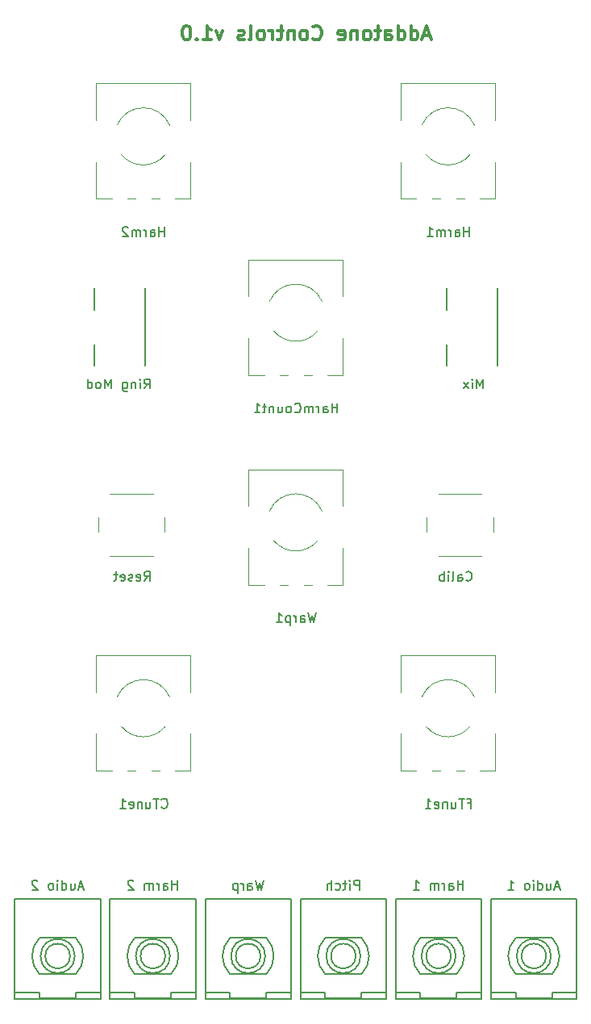
<source format=gbr>
G04 #@! TF.GenerationSoftware,KiCad,Pcbnew,(5.1.5)-3*
G04 #@! TF.CreationDate,2020-05-14T10:55:58+01:00*
G04 #@! TF.ProjectId,AddaTone Controls,41646461-546f-46e6-9520-436f6e74726f,rev?*
G04 #@! TF.SameCoordinates,Original*
G04 #@! TF.FileFunction,Legend,Bot*
G04 #@! TF.FilePolarity,Positive*
%FSLAX46Y46*%
G04 Gerber Fmt 4.6, Leading zero omitted, Abs format (unit mm)*
G04 Created by KiCad (PCBNEW (5.1.5)-3) date 2020-05-14 10:55:58*
%MOMM*%
%LPD*%
G04 APERTURE LIST*
%ADD10C,0.300000*%
%ADD11C,0.150000*%
%ADD12C,0.120000*%
G04 APERTURE END LIST*
D10*
X144100000Y-54450000D02*
X143385714Y-54450000D01*
X144242857Y-54878571D02*
X143742857Y-53378571D01*
X143242857Y-54878571D01*
X142100000Y-54878571D02*
X142100000Y-53378571D01*
X142100000Y-54807142D02*
X142242857Y-54878571D01*
X142528571Y-54878571D01*
X142671428Y-54807142D01*
X142742857Y-54735714D01*
X142814285Y-54592857D01*
X142814285Y-54164285D01*
X142742857Y-54021428D01*
X142671428Y-53950000D01*
X142528571Y-53878571D01*
X142242857Y-53878571D01*
X142100000Y-53950000D01*
X140742857Y-54878571D02*
X140742857Y-53378571D01*
X140742857Y-54807142D02*
X140885714Y-54878571D01*
X141171428Y-54878571D01*
X141314285Y-54807142D01*
X141385714Y-54735714D01*
X141457142Y-54592857D01*
X141457142Y-54164285D01*
X141385714Y-54021428D01*
X141314285Y-53950000D01*
X141171428Y-53878571D01*
X140885714Y-53878571D01*
X140742857Y-53950000D01*
X139385714Y-54878571D02*
X139385714Y-54092857D01*
X139457142Y-53950000D01*
X139600000Y-53878571D01*
X139885714Y-53878571D01*
X140028571Y-53950000D01*
X139385714Y-54807142D02*
X139528571Y-54878571D01*
X139885714Y-54878571D01*
X140028571Y-54807142D01*
X140100000Y-54664285D01*
X140100000Y-54521428D01*
X140028571Y-54378571D01*
X139885714Y-54307142D01*
X139528571Y-54307142D01*
X139385714Y-54235714D01*
X138885714Y-53878571D02*
X138314285Y-53878571D01*
X138671428Y-53378571D02*
X138671428Y-54664285D01*
X138600000Y-54807142D01*
X138457142Y-54878571D01*
X138314285Y-54878571D01*
X137600000Y-54878571D02*
X137742857Y-54807142D01*
X137814285Y-54735714D01*
X137885714Y-54592857D01*
X137885714Y-54164285D01*
X137814285Y-54021428D01*
X137742857Y-53950000D01*
X137600000Y-53878571D01*
X137385714Y-53878571D01*
X137242857Y-53950000D01*
X137171428Y-54021428D01*
X137100000Y-54164285D01*
X137100000Y-54592857D01*
X137171428Y-54735714D01*
X137242857Y-54807142D01*
X137385714Y-54878571D01*
X137600000Y-54878571D01*
X136457142Y-53878571D02*
X136457142Y-54878571D01*
X136457142Y-54021428D02*
X136385714Y-53950000D01*
X136242857Y-53878571D01*
X136028571Y-53878571D01*
X135885714Y-53950000D01*
X135814285Y-54092857D01*
X135814285Y-54878571D01*
X134528571Y-54807142D02*
X134671428Y-54878571D01*
X134957142Y-54878571D01*
X135100000Y-54807142D01*
X135171428Y-54664285D01*
X135171428Y-54092857D01*
X135100000Y-53950000D01*
X134957142Y-53878571D01*
X134671428Y-53878571D01*
X134528571Y-53950000D01*
X134457142Y-54092857D01*
X134457142Y-54235714D01*
X135171428Y-54378571D01*
X131814285Y-54735714D02*
X131885714Y-54807142D01*
X132100000Y-54878571D01*
X132242857Y-54878571D01*
X132457142Y-54807142D01*
X132600000Y-54664285D01*
X132671428Y-54521428D01*
X132742857Y-54235714D01*
X132742857Y-54021428D01*
X132671428Y-53735714D01*
X132600000Y-53592857D01*
X132457142Y-53450000D01*
X132242857Y-53378571D01*
X132100000Y-53378571D01*
X131885714Y-53450000D01*
X131814285Y-53521428D01*
X130957142Y-54878571D02*
X131100000Y-54807142D01*
X131171428Y-54735714D01*
X131242857Y-54592857D01*
X131242857Y-54164285D01*
X131171428Y-54021428D01*
X131100000Y-53950000D01*
X130957142Y-53878571D01*
X130742857Y-53878571D01*
X130600000Y-53950000D01*
X130528571Y-54021428D01*
X130457142Y-54164285D01*
X130457142Y-54592857D01*
X130528571Y-54735714D01*
X130600000Y-54807142D01*
X130742857Y-54878571D01*
X130957142Y-54878571D01*
X129814285Y-53878571D02*
X129814285Y-54878571D01*
X129814285Y-54021428D02*
X129742857Y-53950000D01*
X129600000Y-53878571D01*
X129385714Y-53878571D01*
X129242857Y-53950000D01*
X129171428Y-54092857D01*
X129171428Y-54878571D01*
X128671428Y-53878571D02*
X128100000Y-53878571D01*
X128457142Y-53378571D02*
X128457142Y-54664285D01*
X128385714Y-54807142D01*
X128242857Y-54878571D01*
X128100000Y-54878571D01*
X127600000Y-54878571D02*
X127600000Y-53878571D01*
X127600000Y-54164285D02*
X127528571Y-54021428D01*
X127457142Y-53950000D01*
X127314285Y-53878571D01*
X127171428Y-53878571D01*
X126457142Y-54878571D02*
X126600000Y-54807142D01*
X126671428Y-54735714D01*
X126742857Y-54592857D01*
X126742857Y-54164285D01*
X126671428Y-54021428D01*
X126600000Y-53950000D01*
X126457142Y-53878571D01*
X126242857Y-53878571D01*
X126100000Y-53950000D01*
X126028571Y-54021428D01*
X125957142Y-54164285D01*
X125957142Y-54592857D01*
X126028571Y-54735714D01*
X126100000Y-54807142D01*
X126242857Y-54878571D01*
X126457142Y-54878571D01*
X125100000Y-54878571D02*
X125242857Y-54807142D01*
X125314285Y-54664285D01*
X125314285Y-53378571D01*
X124600000Y-54807142D02*
X124457142Y-54878571D01*
X124171428Y-54878571D01*
X124028571Y-54807142D01*
X123957142Y-54664285D01*
X123957142Y-54592857D01*
X124028571Y-54450000D01*
X124171428Y-54378571D01*
X124385714Y-54378571D01*
X124528571Y-54307142D01*
X124600000Y-54164285D01*
X124600000Y-54092857D01*
X124528571Y-53950000D01*
X124385714Y-53878571D01*
X124171428Y-53878571D01*
X124028571Y-53950000D01*
X122314285Y-53878571D02*
X121957142Y-54878571D01*
X121600000Y-53878571D01*
X120242857Y-54878571D02*
X121100000Y-54878571D01*
X120671428Y-54878571D02*
X120671428Y-53378571D01*
X120814285Y-53592857D01*
X120957142Y-53735714D01*
X121100000Y-53807142D01*
X119600000Y-54735714D02*
X119528571Y-54807142D01*
X119600000Y-54878571D01*
X119671428Y-54807142D01*
X119600000Y-54735714D01*
X119600000Y-54878571D01*
X118600000Y-53378571D02*
X118457142Y-53378571D01*
X118314285Y-53450000D01*
X118242857Y-53521428D01*
X118171428Y-53664285D01*
X118100000Y-53950000D01*
X118100000Y-54307142D01*
X118171428Y-54592857D01*
X118242857Y-54735714D01*
X118314285Y-54807142D01*
X118457142Y-54878571D01*
X118600000Y-54878571D01*
X118742857Y-54807142D01*
X118814285Y-54735714D01*
X118885714Y-54592857D01*
X118957142Y-54307142D01*
X118957142Y-53950000D01*
X118885714Y-53664285D01*
X118814285Y-53521428D01*
X118742857Y-53450000D01*
X118600000Y-53378571D01*
D11*
X149664404Y-91452380D02*
X149664404Y-90452380D01*
X149331071Y-91166666D01*
X148997738Y-90452380D01*
X148997738Y-91452380D01*
X148521547Y-91452380D02*
X148521547Y-90785714D01*
X148521547Y-90452380D02*
X148569166Y-90500000D01*
X148521547Y-90547619D01*
X148473928Y-90500000D01*
X148521547Y-90452380D01*
X148521547Y-90547619D01*
X148140595Y-91452380D02*
X147616785Y-90785714D01*
X148140595Y-90785714D02*
X147616785Y-91452380D01*
X114092976Y-91452380D02*
X114426309Y-90976190D01*
X114664404Y-91452380D02*
X114664404Y-90452380D01*
X114283452Y-90452380D01*
X114188214Y-90500000D01*
X114140595Y-90547619D01*
X114092976Y-90642857D01*
X114092976Y-90785714D01*
X114140595Y-90880952D01*
X114188214Y-90928571D01*
X114283452Y-90976190D01*
X114664404Y-90976190D01*
X113664404Y-91452380D02*
X113664404Y-90785714D01*
X113664404Y-90452380D02*
X113712023Y-90500000D01*
X113664404Y-90547619D01*
X113616785Y-90500000D01*
X113664404Y-90452380D01*
X113664404Y-90547619D01*
X113188214Y-90785714D02*
X113188214Y-91452380D01*
X113188214Y-90880952D02*
X113140595Y-90833333D01*
X113045357Y-90785714D01*
X112902500Y-90785714D01*
X112807261Y-90833333D01*
X112759642Y-90928571D01*
X112759642Y-91452380D01*
X111854880Y-90785714D02*
X111854880Y-91595238D01*
X111902500Y-91690476D01*
X111950119Y-91738095D01*
X112045357Y-91785714D01*
X112188214Y-91785714D01*
X112283452Y-91738095D01*
X111854880Y-91404761D02*
X111950119Y-91452380D01*
X112140595Y-91452380D01*
X112235833Y-91404761D01*
X112283452Y-91357142D01*
X112331071Y-91261904D01*
X112331071Y-90976190D01*
X112283452Y-90880952D01*
X112235833Y-90833333D01*
X112140595Y-90785714D01*
X111950119Y-90785714D01*
X111854880Y-90833333D01*
X110616785Y-91452380D02*
X110616785Y-90452380D01*
X110283452Y-91166666D01*
X109950119Y-90452380D01*
X109950119Y-91452380D01*
X109331071Y-91452380D02*
X109426309Y-91404761D01*
X109473928Y-91357142D01*
X109521547Y-91261904D01*
X109521547Y-90976190D01*
X109473928Y-90880952D01*
X109426309Y-90833333D01*
X109331071Y-90785714D01*
X109188214Y-90785714D01*
X109092976Y-90833333D01*
X109045357Y-90880952D01*
X108997738Y-90976190D01*
X108997738Y-91261904D01*
X109045357Y-91357142D01*
X109092976Y-91404761D01*
X109188214Y-91452380D01*
X109331071Y-91452380D01*
X108140595Y-91452380D02*
X108140595Y-90452380D01*
X108140595Y-91404761D02*
X108235833Y-91452380D01*
X108426309Y-91452380D01*
X108521547Y-91404761D01*
X108569166Y-91357142D01*
X108616785Y-91261904D01*
X108616785Y-90976190D01*
X108569166Y-90880952D01*
X108521547Y-90833333D01*
X108426309Y-90785714D01*
X108235833Y-90785714D01*
X108140595Y-90833333D01*
X157690476Y-143766666D02*
X157214285Y-143766666D01*
X157785714Y-144052380D02*
X157452380Y-143052380D01*
X157119047Y-144052380D01*
X156357142Y-143385714D02*
X156357142Y-144052380D01*
X156785714Y-143385714D02*
X156785714Y-143909523D01*
X156738095Y-144004761D01*
X156642857Y-144052380D01*
X156500000Y-144052380D01*
X156404761Y-144004761D01*
X156357142Y-143957142D01*
X155452380Y-144052380D02*
X155452380Y-143052380D01*
X155452380Y-144004761D02*
X155547619Y-144052380D01*
X155738095Y-144052380D01*
X155833333Y-144004761D01*
X155880952Y-143957142D01*
X155928571Y-143861904D01*
X155928571Y-143576190D01*
X155880952Y-143480952D01*
X155833333Y-143433333D01*
X155738095Y-143385714D01*
X155547619Y-143385714D01*
X155452380Y-143433333D01*
X154976190Y-144052380D02*
X154976190Y-143385714D01*
X154976190Y-143052380D02*
X155023809Y-143100000D01*
X154976190Y-143147619D01*
X154928571Y-143100000D01*
X154976190Y-143052380D01*
X154976190Y-143147619D01*
X154357142Y-144052380D02*
X154452380Y-144004761D01*
X154500000Y-143957142D01*
X154547619Y-143861904D01*
X154547619Y-143576190D01*
X154500000Y-143480952D01*
X154452380Y-143433333D01*
X154357142Y-143385714D01*
X154214285Y-143385714D01*
X154119047Y-143433333D01*
X154071428Y-143480952D01*
X154023809Y-143576190D01*
X154023809Y-143861904D01*
X154071428Y-143957142D01*
X154119047Y-144004761D01*
X154214285Y-144052380D01*
X154357142Y-144052380D01*
X152309523Y-144052380D02*
X152880952Y-144052380D01*
X152595238Y-144052380D02*
X152595238Y-143052380D01*
X152690476Y-143195238D01*
X152785714Y-143290476D01*
X152880952Y-143338095D01*
X107690476Y-143766666D02*
X107214285Y-143766666D01*
X107785714Y-144052380D02*
X107452380Y-143052380D01*
X107119047Y-144052380D01*
X106357142Y-143385714D02*
X106357142Y-144052380D01*
X106785714Y-143385714D02*
X106785714Y-143909523D01*
X106738095Y-144004761D01*
X106642857Y-144052380D01*
X106500000Y-144052380D01*
X106404761Y-144004761D01*
X106357142Y-143957142D01*
X105452380Y-144052380D02*
X105452380Y-143052380D01*
X105452380Y-144004761D02*
X105547619Y-144052380D01*
X105738095Y-144052380D01*
X105833333Y-144004761D01*
X105880952Y-143957142D01*
X105928571Y-143861904D01*
X105928571Y-143576190D01*
X105880952Y-143480952D01*
X105833333Y-143433333D01*
X105738095Y-143385714D01*
X105547619Y-143385714D01*
X105452380Y-143433333D01*
X104976190Y-144052380D02*
X104976190Y-143385714D01*
X104976190Y-143052380D02*
X105023809Y-143100000D01*
X104976190Y-143147619D01*
X104928571Y-143100000D01*
X104976190Y-143052380D01*
X104976190Y-143147619D01*
X104357142Y-144052380D02*
X104452380Y-144004761D01*
X104500000Y-143957142D01*
X104547619Y-143861904D01*
X104547619Y-143576190D01*
X104500000Y-143480952D01*
X104452380Y-143433333D01*
X104357142Y-143385714D01*
X104214285Y-143385714D01*
X104119047Y-143433333D01*
X104071428Y-143480952D01*
X104023809Y-143576190D01*
X104023809Y-143861904D01*
X104071428Y-143957142D01*
X104119047Y-144004761D01*
X104214285Y-144052380D01*
X104357142Y-144052380D01*
X102880952Y-143147619D02*
X102833333Y-143100000D01*
X102738095Y-143052380D01*
X102500000Y-143052380D01*
X102404761Y-143100000D01*
X102357142Y-143147619D01*
X102309523Y-143242857D01*
X102309523Y-143338095D01*
X102357142Y-143480952D01*
X102928571Y-144052380D01*
X102309523Y-144052380D01*
X117571428Y-144052380D02*
X117571428Y-143052380D01*
X117571428Y-143528571D02*
X117000000Y-143528571D01*
X117000000Y-144052380D02*
X117000000Y-143052380D01*
X116095238Y-144052380D02*
X116095238Y-143528571D01*
X116142857Y-143433333D01*
X116238095Y-143385714D01*
X116428571Y-143385714D01*
X116523809Y-143433333D01*
X116095238Y-144004761D02*
X116190476Y-144052380D01*
X116428571Y-144052380D01*
X116523809Y-144004761D01*
X116571428Y-143909523D01*
X116571428Y-143814285D01*
X116523809Y-143719047D01*
X116428571Y-143671428D01*
X116190476Y-143671428D01*
X116095238Y-143623809D01*
X115619047Y-144052380D02*
X115619047Y-143385714D01*
X115619047Y-143576190D02*
X115571428Y-143480952D01*
X115523809Y-143433333D01*
X115428571Y-143385714D01*
X115333333Y-143385714D01*
X115000000Y-144052380D02*
X115000000Y-143385714D01*
X115000000Y-143480952D02*
X114952380Y-143433333D01*
X114857142Y-143385714D01*
X114714285Y-143385714D01*
X114619047Y-143433333D01*
X114571428Y-143528571D01*
X114571428Y-144052380D01*
X114571428Y-143528571D02*
X114523809Y-143433333D01*
X114428571Y-143385714D01*
X114285714Y-143385714D01*
X114190476Y-143433333D01*
X114142857Y-143528571D01*
X114142857Y-144052380D01*
X112952380Y-143147619D02*
X112904761Y-143100000D01*
X112809523Y-143052380D01*
X112571428Y-143052380D01*
X112476190Y-143100000D01*
X112428571Y-143147619D01*
X112380952Y-143242857D01*
X112380952Y-143338095D01*
X112428571Y-143480952D01*
X113000000Y-144052380D01*
X112380952Y-144052380D01*
X126642857Y-143052380D02*
X126404761Y-144052380D01*
X126214285Y-143338095D01*
X126023809Y-144052380D01*
X125785714Y-143052380D01*
X124976190Y-144052380D02*
X124976190Y-143528571D01*
X125023809Y-143433333D01*
X125119047Y-143385714D01*
X125309523Y-143385714D01*
X125404761Y-143433333D01*
X124976190Y-144004761D02*
X125071428Y-144052380D01*
X125309523Y-144052380D01*
X125404761Y-144004761D01*
X125452380Y-143909523D01*
X125452380Y-143814285D01*
X125404761Y-143719047D01*
X125309523Y-143671428D01*
X125071428Y-143671428D01*
X124976190Y-143623809D01*
X124500000Y-144052380D02*
X124500000Y-143385714D01*
X124500000Y-143576190D02*
X124452380Y-143480952D01*
X124404761Y-143433333D01*
X124309523Y-143385714D01*
X124214285Y-143385714D01*
X123880952Y-143385714D02*
X123880952Y-144385714D01*
X123880952Y-143433333D02*
X123785714Y-143385714D01*
X123595238Y-143385714D01*
X123500000Y-143433333D01*
X123452380Y-143480952D01*
X123404761Y-143576190D01*
X123404761Y-143861904D01*
X123452380Y-143957142D01*
X123500000Y-144004761D01*
X123595238Y-144052380D01*
X123785714Y-144052380D01*
X123880952Y-144004761D01*
X136666666Y-144052380D02*
X136666666Y-143052380D01*
X136285714Y-143052380D01*
X136190476Y-143100000D01*
X136142857Y-143147619D01*
X136095238Y-143242857D01*
X136095238Y-143385714D01*
X136142857Y-143480952D01*
X136190476Y-143528571D01*
X136285714Y-143576190D01*
X136666666Y-143576190D01*
X135666666Y-144052380D02*
X135666666Y-143385714D01*
X135666666Y-143052380D02*
X135714285Y-143100000D01*
X135666666Y-143147619D01*
X135619047Y-143100000D01*
X135666666Y-143052380D01*
X135666666Y-143147619D01*
X135333333Y-143385714D02*
X134952380Y-143385714D01*
X135190476Y-143052380D02*
X135190476Y-143909523D01*
X135142857Y-144004761D01*
X135047619Y-144052380D01*
X134952380Y-144052380D01*
X134190476Y-144004761D02*
X134285714Y-144052380D01*
X134476190Y-144052380D01*
X134571428Y-144004761D01*
X134619047Y-143957142D01*
X134666666Y-143861904D01*
X134666666Y-143576190D01*
X134619047Y-143480952D01*
X134571428Y-143433333D01*
X134476190Y-143385714D01*
X134285714Y-143385714D01*
X134190476Y-143433333D01*
X133761904Y-144052380D02*
X133761904Y-143052380D01*
X133333333Y-144052380D02*
X133333333Y-143528571D01*
X133380952Y-143433333D01*
X133476190Y-143385714D01*
X133619047Y-143385714D01*
X133714285Y-143433333D01*
X133761904Y-143480952D01*
X147571428Y-144052380D02*
X147571428Y-143052380D01*
X147571428Y-143528571D02*
X147000000Y-143528571D01*
X147000000Y-144052380D02*
X147000000Y-143052380D01*
X146095238Y-144052380D02*
X146095238Y-143528571D01*
X146142857Y-143433333D01*
X146238095Y-143385714D01*
X146428571Y-143385714D01*
X146523809Y-143433333D01*
X146095238Y-144004761D02*
X146190476Y-144052380D01*
X146428571Y-144052380D01*
X146523809Y-144004761D01*
X146571428Y-143909523D01*
X146571428Y-143814285D01*
X146523809Y-143719047D01*
X146428571Y-143671428D01*
X146190476Y-143671428D01*
X146095238Y-143623809D01*
X145619047Y-144052380D02*
X145619047Y-143385714D01*
X145619047Y-143576190D02*
X145571428Y-143480952D01*
X145523809Y-143433333D01*
X145428571Y-143385714D01*
X145333333Y-143385714D01*
X145000000Y-144052380D02*
X145000000Y-143385714D01*
X145000000Y-143480952D02*
X144952380Y-143433333D01*
X144857142Y-143385714D01*
X144714285Y-143385714D01*
X144619047Y-143433333D01*
X144571428Y-143528571D01*
X144571428Y-144052380D01*
X144571428Y-143528571D02*
X144523809Y-143433333D01*
X144428571Y-143385714D01*
X144285714Y-143385714D01*
X144190476Y-143433333D01*
X144142857Y-143528571D01*
X144142857Y-144052380D01*
X142380952Y-144052380D02*
X142952380Y-144052380D01*
X142666666Y-144052380D02*
X142666666Y-143052380D01*
X142761904Y-143195238D01*
X142857142Y-143290476D01*
X142952380Y-143338095D01*
X114092976Y-111652380D02*
X114426309Y-111176190D01*
X114664404Y-111652380D02*
X114664404Y-110652380D01*
X114283452Y-110652380D01*
X114188214Y-110700000D01*
X114140595Y-110747619D01*
X114092976Y-110842857D01*
X114092976Y-110985714D01*
X114140595Y-111080952D01*
X114188214Y-111128571D01*
X114283452Y-111176190D01*
X114664404Y-111176190D01*
X113283452Y-111604761D02*
X113378690Y-111652380D01*
X113569166Y-111652380D01*
X113664404Y-111604761D01*
X113712023Y-111509523D01*
X113712023Y-111128571D01*
X113664404Y-111033333D01*
X113569166Y-110985714D01*
X113378690Y-110985714D01*
X113283452Y-111033333D01*
X113235833Y-111128571D01*
X113235833Y-111223809D01*
X113712023Y-111319047D01*
X112854880Y-111604761D02*
X112759642Y-111652380D01*
X112569166Y-111652380D01*
X112473928Y-111604761D01*
X112426309Y-111509523D01*
X112426309Y-111461904D01*
X112473928Y-111366666D01*
X112569166Y-111319047D01*
X112712023Y-111319047D01*
X112807261Y-111271428D01*
X112854880Y-111176190D01*
X112854880Y-111128571D01*
X112807261Y-111033333D01*
X112712023Y-110985714D01*
X112569166Y-110985714D01*
X112473928Y-111033333D01*
X111616785Y-111604761D02*
X111712023Y-111652380D01*
X111902500Y-111652380D01*
X111997738Y-111604761D01*
X112045357Y-111509523D01*
X112045357Y-111128571D01*
X111997738Y-111033333D01*
X111902500Y-110985714D01*
X111712023Y-110985714D01*
X111616785Y-111033333D01*
X111569166Y-111128571D01*
X111569166Y-111223809D01*
X112045357Y-111319047D01*
X111283452Y-110985714D02*
X110902500Y-110985714D01*
X111140595Y-110652380D02*
X111140595Y-111509523D01*
X111092976Y-111604761D01*
X110997738Y-111652380D01*
X110902500Y-111652380D01*
X147892976Y-111557142D02*
X147940595Y-111604761D01*
X148083452Y-111652380D01*
X148178690Y-111652380D01*
X148321547Y-111604761D01*
X148416785Y-111509523D01*
X148464404Y-111414285D01*
X148512023Y-111223809D01*
X148512023Y-111080952D01*
X148464404Y-110890476D01*
X148416785Y-110795238D01*
X148321547Y-110700000D01*
X148178690Y-110652380D01*
X148083452Y-110652380D01*
X147940595Y-110700000D01*
X147892976Y-110747619D01*
X147035833Y-111652380D02*
X147035833Y-111128571D01*
X147083452Y-111033333D01*
X147178690Y-110985714D01*
X147369166Y-110985714D01*
X147464404Y-111033333D01*
X147035833Y-111604761D02*
X147131071Y-111652380D01*
X147369166Y-111652380D01*
X147464404Y-111604761D01*
X147512023Y-111509523D01*
X147512023Y-111414285D01*
X147464404Y-111319047D01*
X147369166Y-111271428D01*
X147131071Y-111271428D01*
X147035833Y-111223809D01*
X146416785Y-111652380D02*
X146512023Y-111604761D01*
X146559642Y-111509523D01*
X146559642Y-110652380D01*
X146035833Y-111652380D02*
X146035833Y-110985714D01*
X146035833Y-110652380D02*
X146083452Y-110700000D01*
X146035833Y-110747619D01*
X145988214Y-110700000D01*
X146035833Y-110652380D01*
X146035833Y-110747619D01*
X145559642Y-111652380D02*
X145559642Y-110652380D01*
X145559642Y-111033333D02*
X145464404Y-110985714D01*
X145273928Y-110985714D01*
X145178690Y-111033333D01*
X145131071Y-111080952D01*
X145083452Y-111176190D01*
X145083452Y-111461904D01*
X145131071Y-111557142D01*
X145178690Y-111604761D01*
X145273928Y-111652380D01*
X145464404Y-111652380D01*
X145559642Y-111604761D01*
D12*
X149500000Y-109000000D02*
X145000000Y-109000000D01*
X150750000Y-105000000D02*
X150750000Y-106500000D01*
X145000000Y-102500000D02*
X149500000Y-102500000D01*
X143750000Y-106500000D02*
X143750000Y-105000000D01*
X116762432Y-123828018D02*
G75*
G03X111238000Y-123827000I-2762432J-1171982D01*
G01*
X111702247Y-126928295D02*
G75*
G03X116298000Y-126928000I2297753J1928295D01*
G01*
X118961000Y-131560000D02*
X118961000Y-127694000D01*
X118961000Y-123305000D02*
X118961000Y-119440000D01*
X109040000Y-131560000D02*
X109040000Y-127694000D01*
X109040000Y-123305000D02*
X109040000Y-119440000D01*
X118961000Y-131560000D02*
X117325000Y-131560000D01*
X115675000Y-131560000D02*
X114825000Y-131560000D01*
X113175000Y-131560000D02*
X112325000Y-131560000D01*
X110675000Y-131560000D02*
X109040000Y-131560000D01*
X118961000Y-119440000D02*
X109040000Y-119440000D01*
X134961000Y-99940000D02*
X125040000Y-99940000D01*
X126675000Y-112060000D02*
X125040000Y-112060000D01*
X129175000Y-112060000D02*
X128325000Y-112060000D01*
X131675000Y-112060000D02*
X130825000Y-112060000D01*
X134961000Y-112060000D02*
X133325000Y-112060000D01*
X125040000Y-103805000D02*
X125040000Y-99940000D01*
X125040000Y-112060000D02*
X125040000Y-108194000D01*
X134961000Y-103805000D02*
X134961000Y-99940000D01*
X134961000Y-112060000D02*
X134961000Y-108194000D01*
X127702247Y-107428295D02*
G75*
G03X132298000Y-107428000I2297753J1928295D01*
G01*
X132762432Y-104328018D02*
G75*
G03X127238000Y-104327000I-2762432J-1171982D01*
G01*
X150961000Y-119440000D02*
X141040000Y-119440000D01*
X142675000Y-131560000D02*
X141040000Y-131560000D01*
X145175000Y-131560000D02*
X144325000Y-131560000D01*
X147675000Y-131560000D02*
X146825000Y-131560000D01*
X150961000Y-131560000D02*
X149325000Y-131560000D01*
X141040000Y-123305000D02*
X141040000Y-119440000D01*
X141040000Y-131560000D02*
X141040000Y-127694000D01*
X150961000Y-123305000D02*
X150961000Y-119440000D01*
X150961000Y-131560000D02*
X150961000Y-127694000D01*
X143702247Y-126928295D02*
G75*
G03X148298000Y-126928000I2297753J1928295D01*
G01*
X148762432Y-123828018D02*
G75*
G03X143238000Y-123827000I-2762432J-1171982D01*
G01*
X150961000Y-59440000D02*
X141040000Y-59440000D01*
X142675000Y-71560000D02*
X141040000Y-71560000D01*
X145175000Y-71560000D02*
X144325000Y-71560000D01*
X147675000Y-71560000D02*
X146825000Y-71560000D01*
X150961000Y-71560000D02*
X149325000Y-71560000D01*
X141040000Y-63305000D02*
X141040000Y-59440000D01*
X141040000Y-71560000D02*
X141040000Y-67694000D01*
X150961000Y-63305000D02*
X150961000Y-59440000D01*
X150961000Y-71560000D02*
X150961000Y-67694000D01*
X143702247Y-66928295D02*
G75*
G03X148298000Y-66928000I2297753J1928295D01*
G01*
X148762432Y-63828018D02*
G75*
G03X143238000Y-63827000I-2762432J-1171982D01*
G01*
X116762432Y-63828018D02*
G75*
G03X111238000Y-63827000I-2762432J-1171982D01*
G01*
X111702247Y-66928295D02*
G75*
G03X116298000Y-66928000I2297753J1928295D01*
G01*
X118961000Y-71560000D02*
X118961000Y-67694000D01*
X118961000Y-63305000D02*
X118961000Y-59440000D01*
X109040000Y-71560000D02*
X109040000Y-67694000D01*
X109040000Y-63305000D02*
X109040000Y-59440000D01*
X118961000Y-71560000D02*
X117325000Y-71560000D01*
X115675000Y-71560000D02*
X114825000Y-71560000D01*
X113175000Y-71560000D02*
X112325000Y-71560000D01*
X110675000Y-71560000D02*
X109040000Y-71560000D01*
X118961000Y-59440000D02*
X109040000Y-59440000D01*
X132762432Y-82328018D02*
G75*
G03X127238000Y-82327000I-2762432J-1171982D01*
G01*
X127702247Y-85428295D02*
G75*
G03X132298000Y-85428000I2297753J1928295D01*
G01*
X134961000Y-90060000D02*
X134961000Y-86194000D01*
X134961000Y-81805000D02*
X134961000Y-77940000D01*
X125040000Y-90060000D02*
X125040000Y-86194000D01*
X125040000Y-81805000D02*
X125040000Y-77940000D01*
X134961000Y-90060000D02*
X133325000Y-90060000D01*
X131675000Y-90060000D02*
X130825000Y-90060000D01*
X129175000Y-90060000D02*
X128325000Y-90060000D01*
X126675000Y-90060000D02*
X125040000Y-90060000D01*
X134961000Y-77940000D02*
X125040000Y-77940000D01*
D11*
X139445000Y-154810000D02*
X136905000Y-154810000D01*
X136905000Y-154810000D02*
X136905000Y-155445000D01*
X136905000Y-155445000D02*
X133095000Y-155445000D01*
X133095000Y-155445000D02*
X133095000Y-154810000D01*
X133095000Y-154810000D02*
X130555000Y-154810000D01*
X133095000Y-152905000D02*
G75*
G02X133095000Y-149095000I1905000J1905000D01*
G01*
X136905000Y-149095000D02*
G75*
G02X136905000Y-152905000I-1905000J-1905000D01*
G01*
X133095000Y-152905000D02*
X136905000Y-152905000D01*
X136905000Y-149095000D02*
X133095000Y-149095000D01*
X136796051Y-151000000D02*
G75*
G03X136796051Y-151000000I-1796051J0D01*
G01*
X130500000Y-145000000D02*
X130500000Y-155500000D01*
X139500000Y-145000000D02*
X139500000Y-155500000D01*
X139500000Y-155500000D02*
X130500000Y-155500000D01*
X139500000Y-145000000D02*
X130500000Y-145000000D01*
X136300000Y-151000000D02*
G75*
G03X136300000Y-151000000I-1300000J0D01*
G01*
X146300000Y-151000000D02*
G75*
G03X146300000Y-151000000I-1300000J0D01*
G01*
X149500000Y-145000000D02*
X140500000Y-145000000D01*
X149500000Y-155500000D02*
X140500000Y-155500000D01*
X149500000Y-145000000D02*
X149500000Y-155500000D01*
X140500000Y-145000000D02*
X140500000Y-155500000D01*
X146796051Y-151000000D02*
G75*
G03X146796051Y-151000000I-1796051J0D01*
G01*
X146905000Y-149095000D02*
X143095000Y-149095000D01*
X143095000Y-152905000D02*
X146905000Y-152905000D01*
X146905000Y-149095000D02*
G75*
G02X146905000Y-152905000I-1905000J-1905000D01*
G01*
X143095000Y-152905000D02*
G75*
G02X143095000Y-149095000I1905000J1905000D01*
G01*
X143095000Y-154810000D02*
X140555000Y-154810000D01*
X143095000Y-155445000D02*
X143095000Y-154810000D01*
X146905000Y-155445000D02*
X143095000Y-155445000D01*
X146905000Y-154810000D02*
X146905000Y-155445000D01*
X149445000Y-154810000D02*
X146905000Y-154810000D01*
X119445000Y-154810000D02*
X116905000Y-154810000D01*
X116905000Y-154810000D02*
X116905000Y-155445000D01*
X116905000Y-155445000D02*
X113095000Y-155445000D01*
X113095000Y-155445000D02*
X113095000Y-154810000D01*
X113095000Y-154810000D02*
X110555000Y-154810000D01*
X113095000Y-152905000D02*
G75*
G02X113095000Y-149095000I1905000J1905000D01*
G01*
X116905000Y-149095000D02*
G75*
G02X116905000Y-152905000I-1905000J-1905000D01*
G01*
X113095000Y-152905000D02*
X116905000Y-152905000D01*
X116905000Y-149095000D02*
X113095000Y-149095000D01*
X116796051Y-151000000D02*
G75*
G03X116796051Y-151000000I-1796051J0D01*
G01*
X110500000Y-145000000D02*
X110500000Y-155500000D01*
X119500000Y-145000000D02*
X119500000Y-155500000D01*
X119500000Y-155500000D02*
X110500000Y-155500000D01*
X119500000Y-145000000D02*
X110500000Y-145000000D01*
X116300000Y-151000000D02*
G75*
G03X116300000Y-151000000I-1300000J0D01*
G01*
X126300000Y-151000000D02*
G75*
G03X126300000Y-151000000I-1300000J0D01*
G01*
X129500000Y-145000000D02*
X120500000Y-145000000D01*
X129500000Y-155500000D02*
X120500000Y-155500000D01*
X129500000Y-145000000D02*
X129500000Y-155500000D01*
X120500000Y-145000000D02*
X120500000Y-155500000D01*
X126796051Y-151000000D02*
G75*
G03X126796051Y-151000000I-1796051J0D01*
G01*
X126905000Y-149095000D02*
X123095000Y-149095000D01*
X123095000Y-152905000D02*
X126905000Y-152905000D01*
X126905000Y-149095000D02*
G75*
G02X126905000Y-152905000I-1905000J-1905000D01*
G01*
X123095000Y-152905000D02*
G75*
G02X123095000Y-149095000I1905000J1905000D01*
G01*
X123095000Y-154810000D02*
X120555000Y-154810000D01*
X123095000Y-155445000D02*
X123095000Y-154810000D01*
X126905000Y-155445000D02*
X123095000Y-155445000D01*
X126905000Y-154810000D02*
X126905000Y-155445000D01*
X129445000Y-154810000D02*
X126905000Y-154810000D01*
X159445000Y-154810000D02*
X156905000Y-154810000D01*
X156905000Y-154810000D02*
X156905000Y-155445000D01*
X156905000Y-155445000D02*
X153095000Y-155445000D01*
X153095000Y-155445000D02*
X153095000Y-154810000D01*
X153095000Y-154810000D02*
X150555000Y-154810000D01*
X153095000Y-152905000D02*
G75*
G02X153095000Y-149095000I1905000J1905000D01*
G01*
X156905000Y-149095000D02*
G75*
G02X156905000Y-152905000I-1905000J-1905000D01*
G01*
X153095000Y-152905000D02*
X156905000Y-152905000D01*
X156905000Y-149095000D02*
X153095000Y-149095000D01*
X156796051Y-151000000D02*
G75*
G03X156796051Y-151000000I-1796051J0D01*
G01*
X150500000Y-145000000D02*
X150500000Y-155500000D01*
X159500000Y-145000000D02*
X159500000Y-155500000D01*
X159500000Y-155500000D02*
X150500000Y-155500000D01*
X159500000Y-145000000D02*
X150500000Y-145000000D01*
X156300000Y-151000000D02*
G75*
G03X156300000Y-151000000I-1300000J0D01*
G01*
X106300000Y-151000000D02*
G75*
G03X106300000Y-151000000I-1300000J0D01*
G01*
X109500000Y-145000000D02*
X100500000Y-145000000D01*
X109500000Y-155500000D02*
X100500000Y-155500000D01*
X109500000Y-145000000D02*
X109500000Y-155500000D01*
X100500000Y-145000000D02*
X100500000Y-155500000D01*
X106796051Y-151000000D02*
G75*
G03X106796051Y-151000000I-1796051J0D01*
G01*
X106905000Y-149095000D02*
X103095000Y-149095000D01*
X103095000Y-152905000D02*
X106905000Y-152905000D01*
X106905000Y-149095000D02*
G75*
G02X106905000Y-152905000I-1905000J-1905000D01*
G01*
X103095000Y-152905000D02*
G75*
G02X103095000Y-149095000I1905000J1905000D01*
G01*
X103095000Y-154810000D02*
X100555000Y-154810000D01*
X103095000Y-155445000D02*
X103095000Y-154810000D01*
X106905000Y-155445000D02*
X103095000Y-155445000D01*
X106905000Y-154810000D02*
X106905000Y-155445000D01*
X109445000Y-154810000D02*
X106905000Y-154810000D01*
D12*
X109250000Y-106500000D02*
X109250000Y-105000000D01*
X110500000Y-102500000D02*
X115000000Y-102500000D01*
X116250000Y-105000000D02*
X116250000Y-106500000D01*
X115000000Y-109000000D02*
X110500000Y-109000000D01*
D11*
X114181000Y-89063400D02*
X114181000Y-80896000D01*
X108819000Y-89038000D02*
X108819000Y-86838000D01*
X108819000Y-83246000D02*
X108819000Y-80946000D01*
X145819000Y-83246000D02*
X145819000Y-80946000D01*
X145819000Y-89038000D02*
X145819000Y-86838000D01*
X151181000Y-89063400D02*
X151181000Y-80896000D01*
X115920952Y-135397142D02*
X115968571Y-135444761D01*
X116111428Y-135492380D01*
X116206666Y-135492380D01*
X116349523Y-135444761D01*
X116444761Y-135349523D01*
X116492380Y-135254285D01*
X116540000Y-135063809D01*
X116540000Y-134920952D01*
X116492380Y-134730476D01*
X116444761Y-134635238D01*
X116349523Y-134540000D01*
X116206666Y-134492380D01*
X116111428Y-134492380D01*
X115968571Y-134540000D01*
X115920952Y-134587619D01*
X115635238Y-134492380D02*
X115063809Y-134492380D01*
X115349523Y-135492380D02*
X115349523Y-134492380D01*
X114301904Y-134825714D02*
X114301904Y-135492380D01*
X114730476Y-134825714D02*
X114730476Y-135349523D01*
X114682857Y-135444761D01*
X114587619Y-135492380D01*
X114444761Y-135492380D01*
X114349523Y-135444761D01*
X114301904Y-135397142D01*
X113825714Y-134825714D02*
X113825714Y-135492380D01*
X113825714Y-134920952D02*
X113778095Y-134873333D01*
X113682857Y-134825714D01*
X113540000Y-134825714D01*
X113444761Y-134873333D01*
X113397142Y-134968571D01*
X113397142Y-135492380D01*
X112540000Y-135444761D02*
X112635238Y-135492380D01*
X112825714Y-135492380D01*
X112920952Y-135444761D01*
X112968571Y-135349523D01*
X112968571Y-134968571D01*
X112920952Y-134873333D01*
X112825714Y-134825714D01*
X112635238Y-134825714D01*
X112540000Y-134873333D01*
X112492380Y-134968571D01*
X112492380Y-135063809D01*
X112968571Y-135159047D01*
X111540000Y-135492380D02*
X112111428Y-135492380D01*
X111825714Y-135492380D02*
X111825714Y-134492380D01*
X111920952Y-134635238D01*
X112016190Y-134730476D01*
X112111428Y-134778095D01*
X132159047Y-114992380D02*
X131920952Y-115992380D01*
X131730476Y-115278095D01*
X131540000Y-115992380D01*
X131301904Y-114992380D01*
X130492380Y-115992380D02*
X130492380Y-115468571D01*
X130540000Y-115373333D01*
X130635238Y-115325714D01*
X130825714Y-115325714D01*
X130920952Y-115373333D01*
X130492380Y-115944761D02*
X130587619Y-115992380D01*
X130825714Y-115992380D01*
X130920952Y-115944761D01*
X130968571Y-115849523D01*
X130968571Y-115754285D01*
X130920952Y-115659047D01*
X130825714Y-115611428D01*
X130587619Y-115611428D01*
X130492380Y-115563809D01*
X130016190Y-115992380D02*
X130016190Y-115325714D01*
X130016190Y-115516190D02*
X129968571Y-115420952D01*
X129920952Y-115373333D01*
X129825714Y-115325714D01*
X129730476Y-115325714D01*
X129397142Y-115325714D02*
X129397142Y-116325714D01*
X129397142Y-115373333D02*
X129301904Y-115325714D01*
X129111428Y-115325714D01*
X129016190Y-115373333D01*
X128968571Y-115420952D01*
X128920952Y-115516190D01*
X128920952Y-115801904D01*
X128968571Y-115897142D01*
X129016190Y-115944761D01*
X129111428Y-115992380D01*
X129301904Y-115992380D01*
X129397142Y-115944761D01*
X127968571Y-115992380D02*
X128540000Y-115992380D01*
X128254285Y-115992380D02*
X128254285Y-114992380D01*
X128349523Y-115135238D01*
X128444761Y-115230476D01*
X128540000Y-115278095D01*
X148087619Y-134968571D02*
X148420952Y-134968571D01*
X148420952Y-135492380D02*
X148420952Y-134492380D01*
X147944761Y-134492380D01*
X147706666Y-134492380D02*
X147135238Y-134492380D01*
X147420952Y-135492380D02*
X147420952Y-134492380D01*
X146373333Y-134825714D02*
X146373333Y-135492380D01*
X146801904Y-134825714D02*
X146801904Y-135349523D01*
X146754285Y-135444761D01*
X146659047Y-135492380D01*
X146516190Y-135492380D01*
X146420952Y-135444761D01*
X146373333Y-135397142D01*
X145897142Y-134825714D02*
X145897142Y-135492380D01*
X145897142Y-134920952D02*
X145849523Y-134873333D01*
X145754285Y-134825714D01*
X145611428Y-134825714D01*
X145516190Y-134873333D01*
X145468571Y-134968571D01*
X145468571Y-135492380D01*
X144611428Y-135444761D02*
X144706666Y-135492380D01*
X144897142Y-135492380D01*
X144992380Y-135444761D01*
X145040000Y-135349523D01*
X145040000Y-134968571D01*
X144992380Y-134873333D01*
X144897142Y-134825714D01*
X144706666Y-134825714D01*
X144611428Y-134873333D01*
X144563809Y-134968571D01*
X144563809Y-135063809D01*
X145040000Y-135159047D01*
X143611428Y-135492380D02*
X144182857Y-135492380D01*
X143897142Y-135492380D02*
X143897142Y-134492380D01*
X143992380Y-134635238D01*
X144087619Y-134730476D01*
X144182857Y-134778095D01*
X148230476Y-75492380D02*
X148230476Y-74492380D01*
X148230476Y-74968571D02*
X147659047Y-74968571D01*
X147659047Y-75492380D02*
X147659047Y-74492380D01*
X146754285Y-75492380D02*
X146754285Y-74968571D01*
X146801904Y-74873333D01*
X146897142Y-74825714D01*
X147087619Y-74825714D01*
X147182857Y-74873333D01*
X146754285Y-75444761D02*
X146849523Y-75492380D01*
X147087619Y-75492380D01*
X147182857Y-75444761D01*
X147230476Y-75349523D01*
X147230476Y-75254285D01*
X147182857Y-75159047D01*
X147087619Y-75111428D01*
X146849523Y-75111428D01*
X146754285Y-75063809D01*
X146278095Y-75492380D02*
X146278095Y-74825714D01*
X146278095Y-75016190D02*
X146230476Y-74920952D01*
X146182857Y-74873333D01*
X146087619Y-74825714D01*
X145992380Y-74825714D01*
X145659047Y-75492380D02*
X145659047Y-74825714D01*
X145659047Y-74920952D02*
X145611428Y-74873333D01*
X145516190Y-74825714D01*
X145373333Y-74825714D01*
X145278095Y-74873333D01*
X145230476Y-74968571D01*
X145230476Y-75492380D01*
X145230476Y-74968571D02*
X145182857Y-74873333D01*
X145087619Y-74825714D01*
X144944761Y-74825714D01*
X144849523Y-74873333D01*
X144801904Y-74968571D01*
X144801904Y-75492380D01*
X143801904Y-75492380D02*
X144373333Y-75492380D01*
X144087619Y-75492380D02*
X144087619Y-74492380D01*
X144182857Y-74635238D01*
X144278095Y-74730476D01*
X144373333Y-74778095D01*
X116230476Y-75492380D02*
X116230476Y-74492380D01*
X116230476Y-74968571D02*
X115659047Y-74968571D01*
X115659047Y-75492380D02*
X115659047Y-74492380D01*
X114754285Y-75492380D02*
X114754285Y-74968571D01*
X114801904Y-74873333D01*
X114897142Y-74825714D01*
X115087619Y-74825714D01*
X115182857Y-74873333D01*
X114754285Y-75444761D02*
X114849523Y-75492380D01*
X115087619Y-75492380D01*
X115182857Y-75444761D01*
X115230476Y-75349523D01*
X115230476Y-75254285D01*
X115182857Y-75159047D01*
X115087619Y-75111428D01*
X114849523Y-75111428D01*
X114754285Y-75063809D01*
X114278095Y-75492380D02*
X114278095Y-74825714D01*
X114278095Y-75016190D02*
X114230476Y-74920952D01*
X114182857Y-74873333D01*
X114087619Y-74825714D01*
X113992380Y-74825714D01*
X113659047Y-75492380D02*
X113659047Y-74825714D01*
X113659047Y-74920952D02*
X113611428Y-74873333D01*
X113516190Y-74825714D01*
X113373333Y-74825714D01*
X113278095Y-74873333D01*
X113230476Y-74968571D01*
X113230476Y-75492380D01*
X113230476Y-74968571D02*
X113182857Y-74873333D01*
X113087619Y-74825714D01*
X112944761Y-74825714D01*
X112849523Y-74873333D01*
X112801904Y-74968571D01*
X112801904Y-75492380D01*
X112373333Y-74587619D02*
X112325714Y-74540000D01*
X112230476Y-74492380D01*
X111992380Y-74492380D01*
X111897142Y-74540000D01*
X111849523Y-74587619D01*
X111801904Y-74682857D01*
X111801904Y-74778095D01*
X111849523Y-74920952D01*
X112420952Y-75492380D01*
X111801904Y-75492380D01*
X134373333Y-93992380D02*
X134373333Y-92992380D01*
X134373333Y-93468571D02*
X133801904Y-93468571D01*
X133801904Y-93992380D02*
X133801904Y-92992380D01*
X132897142Y-93992380D02*
X132897142Y-93468571D01*
X132944761Y-93373333D01*
X133040000Y-93325714D01*
X133230476Y-93325714D01*
X133325714Y-93373333D01*
X132897142Y-93944761D02*
X132992380Y-93992380D01*
X133230476Y-93992380D01*
X133325714Y-93944761D01*
X133373333Y-93849523D01*
X133373333Y-93754285D01*
X133325714Y-93659047D01*
X133230476Y-93611428D01*
X132992380Y-93611428D01*
X132897142Y-93563809D01*
X132420952Y-93992380D02*
X132420952Y-93325714D01*
X132420952Y-93516190D02*
X132373333Y-93420952D01*
X132325714Y-93373333D01*
X132230476Y-93325714D01*
X132135238Y-93325714D01*
X131801904Y-93992380D02*
X131801904Y-93325714D01*
X131801904Y-93420952D02*
X131754285Y-93373333D01*
X131659047Y-93325714D01*
X131516190Y-93325714D01*
X131420952Y-93373333D01*
X131373333Y-93468571D01*
X131373333Y-93992380D01*
X131373333Y-93468571D02*
X131325714Y-93373333D01*
X131230476Y-93325714D01*
X131087619Y-93325714D01*
X130992380Y-93373333D01*
X130944761Y-93468571D01*
X130944761Y-93992380D01*
X129897142Y-93897142D02*
X129944761Y-93944761D01*
X130087619Y-93992380D01*
X130182857Y-93992380D01*
X130325714Y-93944761D01*
X130420952Y-93849523D01*
X130468571Y-93754285D01*
X130516190Y-93563809D01*
X130516190Y-93420952D01*
X130468571Y-93230476D01*
X130420952Y-93135238D01*
X130325714Y-93040000D01*
X130182857Y-92992380D01*
X130087619Y-92992380D01*
X129944761Y-93040000D01*
X129897142Y-93087619D01*
X129325714Y-93992380D02*
X129420952Y-93944761D01*
X129468571Y-93897142D01*
X129516190Y-93801904D01*
X129516190Y-93516190D01*
X129468571Y-93420952D01*
X129420952Y-93373333D01*
X129325714Y-93325714D01*
X129182857Y-93325714D01*
X129087619Y-93373333D01*
X129040000Y-93420952D01*
X128992380Y-93516190D01*
X128992380Y-93801904D01*
X129040000Y-93897142D01*
X129087619Y-93944761D01*
X129182857Y-93992380D01*
X129325714Y-93992380D01*
X128135238Y-93325714D02*
X128135238Y-93992380D01*
X128563809Y-93325714D02*
X128563809Y-93849523D01*
X128516190Y-93944761D01*
X128420952Y-93992380D01*
X128278095Y-93992380D01*
X128182857Y-93944761D01*
X128135238Y-93897142D01*
X127659047Y-93325714D02*
X127659047Y-93992380D01*
X127659047Y-93420952D02*
X127611428Y-93373333D01*
X127516190Y-93325714D01*
X127373333Y-93325714D01*
X127278095Y-93373333D01*
X127230476Y-93468571D01*
X127230476Y-93992380D01*
X126897142Y-93325714D02*
X126516190Y-93325714D01*
X126754285Y-92992380D02*
X126754285Y-93849523D01*
X126706666Y-93944761D01*
X126611428Y-93992380D01*
X126516190Y-93992380D01*
X125659047Y-93992380D02*
X126230476Y-93992380D01*
X125944761Y-93992380D02*
X125944761Y-92992380D01*
X126040000Y-93135238D01*
X126135238Y-93230476D01*
X126230476Y-93278095D01*
M02*

</source>
